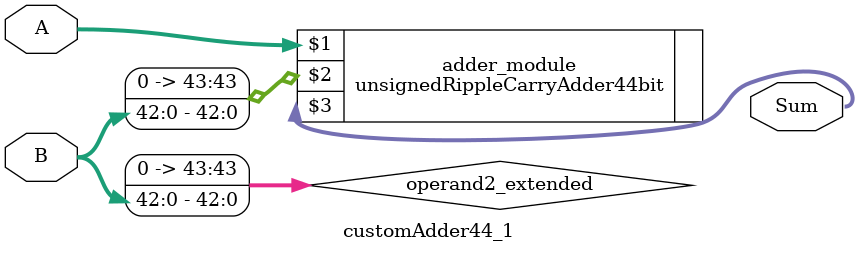
<source format=v>
module customAdder44_1(
                        input [43 : 0] A,
                        input [42 : 0] B,
                        
                        output [44 : 0] Sum
                );

        wire [43 : 0] operand2_extended;
        
        assign operand2_extended =  {1'b0, B};
        
        unsignedRippleCarryAdder44bit adder_module(
            A,
            operand2_extended,
            Sum
        );
        
        endmodule
        
</source>
